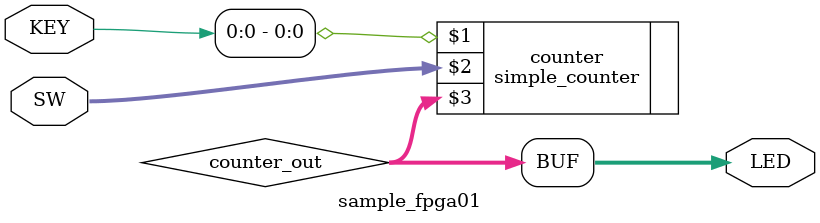
<source format=v>
module sample_fpga01(
	input [1:0] KEY,
	input [3:0] SW,
	output [3:0] LED);
	wire [3:0] counter_out;

	simple_counter counter(KEY[0], SW[3:0], counter_out);
	assign LED = counter_out[3:0];
endmodule
</source>
